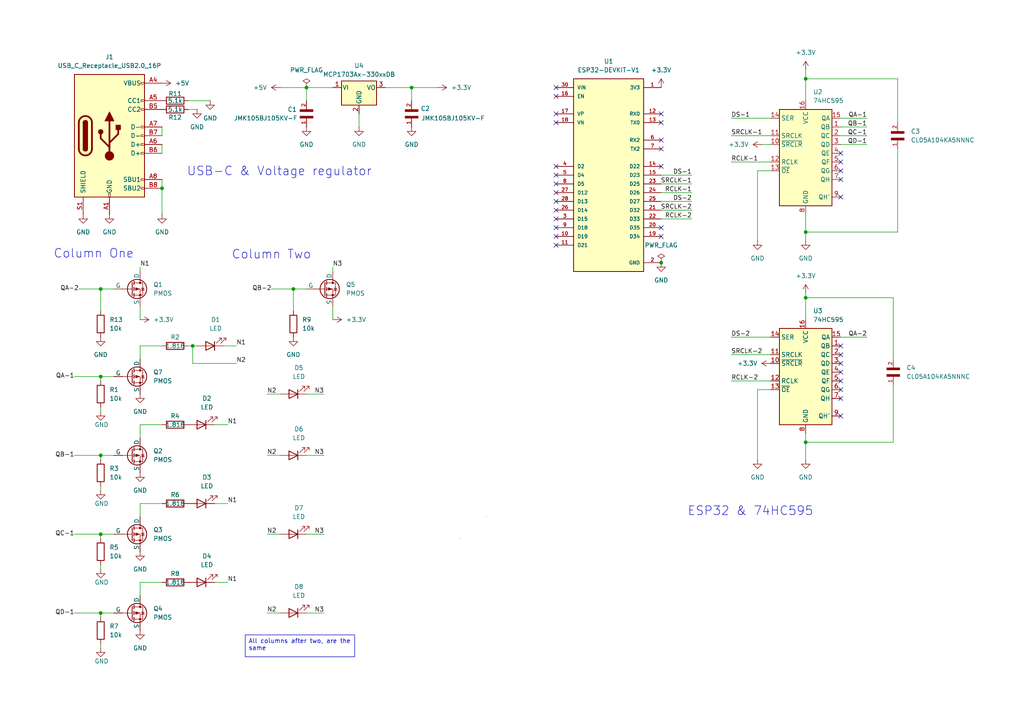
<source format=kicad_sch>
(kicad_sch (version 20250114) (generator "eeschema") (generator_version "9.0")
  (paper "A4")
  (lib_symbols
    (symbol "74xx:74HC595"
      (property "Reference" "U" (at -7.62 13.97 0))
      (property "Value" "74HC595" (at -7.62 -16.51 0))
      (symbol "74HC595_1_0"
        (pin input line (at -10.16 10.16 0) (length 2.54) (name "SER") (number "14"))
        (pin input line (at -10.16 5.08 0) (length 2.54) (name "SRCLK") (number "11"))
        (pin input line (at -10.16 2.54 0) (length 2.54) (name "~{SRCLR}") (number "10"))
        (pin input line (at -10.16 -2.54 0) (length 2.54) (name "RCLK") (number "12"))
        (pin input line (at -10.16 -5.08 0) (length 2.54) (name "~{OE}") (number "13"))
        (pin power_in line (at 0 15.24 270) (length 2.54) (name "VCC") (number "16"))
        (pin power_in line (at 0 -17.78 90) (length 2.54) (name "GND") (number "8"))
        (pin tri_state line (at 10.16 10.16 180) (length 2.54) (name "QA") (number "15"))
        (pin tri_state line (at 10.16 7.62 180) (length 2.54) (name "QB") (number "1"))
        (pin tri_state line (at 10.16 5.08 180) (length 2.54) (name "QC") (number "2"))
        (pin tri_state line (at 10.16 2.54 180) (length 2.54) (name "QD") (number "3"))
        (pin tri_state line (at 10.16 0 180) (length 2.54) (name "QE") (number "4"))
        (pin tri_state line (at 10.16 -2.54 180) (length 2.54) (name "QF") (number "5"))
        (pin tri_state line (at 10.16 -5.08 180) (length 2.54) (name "QG") (number "6"))
        (pin tri_state line (at 10.16 -7.62 180) (length 2.54) (name "QH") (number "7"))
        (pin output line (at 10.16 -12.7 180) (length 2.54) (name "QH'") (number "9"))
      )
      (symbol "74HC595_1_1"
        (rectangle (start -7.62 12.7) (end 7.62 -15.24) (stroke (width 0.254)) (fill (type background)))
      )
    )
    (symbol "CL05A104KA5NNNC:CL05A104KA5NNNC" (pin_names (offset 1.016))
      (property "Reference" "C" (at 0 3.8109 0))
      (property "Value" "CL05A104KA5NNNC" (at 0 -5.0885 0))
      (symbol "CL05A104KA5NNNC_0_0"
        (rectangle (start 0 -1.9069) (end 0.635 1.905) (stroke (width 0.1)) (fill (type outline)))
        (rectangle (start 1.9069 -1.9069) (end 2.54 1.905) (stroke (width 0.1)) (fill (type outline)))
        (pin passive line (at -2.54 0 0) (length 2.54) (name "~") (number "1"))
        (pin passive line (at 5.08 0 180) (length 2.54) (name "~") (number "2"))
      )
    )
    (symbol "Connector:USB_C_Receptacle_USB2.0_16P" (pin_names (offset 1.016))
      (property "Reference" "J1" (at 0 22.86 0))
      (property "Value" "USB_C_Receptacle_USB2.0_16P" (at 0 20.32 0))
      (symbol "USB_C_Receptacle_USB2.0_16P_0_0"
        (rectangle (start -0.254 -17.78) (end 0.254 -16.764))
        (rectangle (start 10.16 15.494) (end 9.144 14.986))
        (rectangle (start 10.16 10.414) (end 9.144 9.906))
        (rectangle (start 10.16 7.874) (end 9.144 7.366))
        (rectangle (start 10.16 2.794) (end 9.144 2.286))
        (rectangle (start 10.16 0.254) (end 9.144 -0.254))
        (rectangle (start 10.16 -2.286) (end 9.144 -2.794))
        (rectangle (start 10.16 -4.826) (end 9.144 -5.334))
        (rectangle (start 10.16 -12.446) (end 9.144 -12.954))
        (rectangle (start 10.16 -14.986) (end 9.144 -15.494))
      )
      (symbol "USB_C_Receptacle_USB2.0_16P_0_1"
        (rectangle (start -10.16 17.78) (end 10.16 -17.78) (stroke (width 0.254)) (fill (type background)))
        (polyline (pts (xy -8.89 -3.81) (xy -8.89 3.81)) (stroke (width 0.508)))
        (rectangle (start -7.62 -3.81) (end -6.35 3.81) (stroke (width 0.254)) (fill (type outline)))
        (arc (start -7.62 3.81) (mid -6.985 4.4423) (end -6.35 3.81) (stroke (width 0.254)))
        (arc (start -7.62 3.81) (mid -6.985 4.4423) (end -6.35 3.81) (stroke (width 0.254)) (fill (type outline)))
        (arc (start -8.89 3.81) (mid -6.985 5.7067) (end -5.08 3.81) (stroke (width 0.508)))
        (arc (start -5.08 -3.81) (mid -6.985 -5.7067) (end -8.89 -3.81) (stroke (width 0.508)))
        (arc (start -6.35 -3.81) (mid -6.985 -4.4423) (end -7.62 -3.81) (stroke (width 0.254)))
        (arc (start -6.35 -3.81) (mid -6.985 -4.4423) (end -7.62 -3.81) (stroke (width 0.254)) (fill (type outline)))
        (polyline (pts (xy -5.08 3.81) (xy -5.08 -3.81)) (stroke (width 0.508)))
        (circle (center -2.54 1.143) (radius 0.635) (stroke (width 0.254)) (fill (type outline)))
        (polyline (pts (xy -1.27 4.318) (xy 0 6.858) (xy 1.27 4.318) (xy -1.27 4.318)) (stroke (width 0.254)) (fill (type outline)))
        (polyline (pts (xy 0 -2.032) (xy 2.54 0.508) (xy 2.54 1.778)) (stroke (width 0.508)))
        (polyline (pts (xy 0 -3.302) (xy -2.54 -0.762) (xy -2.54 0.508)) (stroke (width 0.508)))
        (polyline (pts (xy 0 -5.842) (xy 0 4.318)) (stroke (width 0.508)))
        (circle (center 0 -5.842) (radius 1.27) (fill (type outline)))
        (rectangle (start 1.905 1.778) (end 3.175 3.048) (stroke (width 0.254)) (fill (type outline)))
      )
      (symbol "USB_C_Receptacle_USB2.0_16P_1_1"
        (pin passive line (at -7.62 -22.86 90) (length 5.08) (name "SHIELD") (number "S1"))
        (pin passive line (at 0 -22.86 90) (length 5.08) (name "GND") (number "A1"))
        (pin passive line (at 0 -22.86 90) (length 5.08) (hide yes) (name "GND") (number "A12"))
        (pin passive line (at 0 -22.86 90) (length 5.08) (hide yes) (name "GND") (number "B1"))
        (pin passive line (at 0 -22.86 90) (length 5.08) (hide yes) (name "GND") (number "B12"))
        (pin passive line (at 15.24 15.24 180) (length 5.08) (name "VBUS") (number "A4"))
        (pin passive line (at 15.24 15.24 180) (length 5.08) (hide yes) (name "VBUS") (number "A9"))
        (pin passive line (at 15.24 15.24 180) (length 5.08) (hide yes) (name "VBUS") (number "B4"))
        (pin passive line (at 15.24 15.24 180) (length 5.08) (hide yes) (name "VBUS") (number "B9"))
        (pin bidirectional line (at 15.24 10.16 180) (length 5.08) (name "CC1") (number "A5"))
        (pin bidirectional line (at 15.24 7.62 180) (length 5.08) (name "CC2") (number "B5"))
        (pin bidirectional line (at 15.24 2.54 180) (length 5.08) (name "D-") (number "A7"))
        (pin bidirectional line (at 15.24 0 180) (length 5.08) (name "D-") (number "B7"))
        (pin bidirectional line (at 15.24 -2.54 180) (length 5.08) (name "D+") (number "A6"))
        (pin bidirectional line (at 15.24 -5.08 180) (length 5.08) (name "D+") (number "B6"))
        (pin bidirectional line (at 15.24 -12.7 180) (length 5.08) (name "SBU1") (number "A8"))
        (pin bidirectional line (at 15.24 -15.24 180) (length 5.08) (name "SBU2") (number "B8"))
      )
    )
    (symbol "Device:LED" (pin_numbers (hide yes)) (pin_names (offset 1.016) (hide yes))
      (property "Reference" "D" (at 0 2.54 0))
      (property "Value" "LED" (at 0 -2.54 0))
      (symbol "LED_0_1"
        (polyline (pts (xy -3.048 -0.762) (xy -4.572 -2.286) (xy -3.81 -2.286) (xy -4.572 -2.286) (xy -4.572 -1.524)))
        (polyline (pts (xy -1.778 -0.762) (xy -3.302 -2.286) (xy -2.54 -2.286) (xy -3.302 -2.286) (xy -3.302 -1.524)))
        (polyline (pts (xy -1.27 0) (xy 1.27 0)))
        (polyline (pts (xy -1.27 -1.27) (xy -1.27 1.27)) (stroke (width 0.254)))
        (polyline (pts (xy 1.27 -1.27) (xy 1.27 1.27) (xy -1.27 0) (xy 1.27 -1.27)) (stroke (width 0.254)))
      )
      (symbol "LED_1_1"
        (pin passive line (at -3.81 0 0) (length 2.54) (name "K") (number "1"))
        (pin passive line (at 3.81 0 180) (length 2.54) (name "A") (number "2"))
      )
    )
    (symbol "Device:R" (pin_numbers (hide yes)) (pin_names (offset 0))
      (property "Reference" "R" (at 2.032 0 90))
      (property "Value" "R" (at 0 0 90))
      (symbol "R_0_1"
        (rectangle (start -1.016 -2.54) (end 1.016 2.54) (stroke (width 0.254)))
      )
      (symbol "R_1_1"
        (pin passive line (at 0 3.81 270) (length 1.27) (name "~") (number "1"))
        (pin passive line (at 0 -3.81 90) (length 1.27) (name "~") (number "2"))
      )
    )
    (symbol "ESP32-DEVKIT-V1:ESP32-DEVKIT-V1" (pin_names (offset 1.016))
      (property "Reference" "U1" (at 0 33.02 0))
      (property "Value" "ESP32-DEVKIT-V1" (at 0 30.48 0))
      (symbol "ESP32-DEVKIT-V1_0_0"
        (rectangle (start -10.16 -27.94) (end 10.16 27.94) (stroke (width 0.254)) (fill (type background)))
        (pin input line (at -15.24 25.4 0) (length 5.08) (name "VIN") (number "30"))
        (pin input line (at -15.24 22.86 0) (length 5.08) (name "EN") (number "16"))
        (pin bidirectional line (at -15.24 17.78 0) (length 5.08) (name "VP") (number "17"))
        (pin bidirectional line (at -15.24 15.24 0) (length 5.08) (name "VN") (number "18"))
        (pin bidirectional line (at -15.24 2.54 0) (length 5.08) (name "D2") (number "4"))
        (pin bidirectional line (at -15.24 0 0) (length 5.08) (name "D4") (number "5"))
        (pin bidirectional line (at -15.24 -2.54 0) (length 5.08) (name "D5") (number "8"))
        (pin bidirectional line (at -15.24 -5.08 0) (length 5.08) (name "D12") (number "27"))
        (pin bidirectional line (at -15.24 -7.62 0) (length 5.08) (name "D13") (number "28"))
        (pin bidirectional line (at -15.24 -10.16 0) (length 5.08) (name "D14") (number "26"))
        (pin bidirectional line (at -15.24 -12.7 0) (length 5.08) (name "D15") (number "3"))
        (pin bidirectional line (at -15.24 -15.24 0) (length 5.08) (name "D18") (number "9"))
        (pin bidirectional line (at -15.24 -17.78 0) (length 5.08) (name "D19") (number "10"))
        (pin bidirectional line (at -15.24 -20.32 0) (length 5.08) (name "D21") (number "11"))
        (pin input line (at 15.24 17.78 180) (length 5.08) (name "RX0") (number "12"))
        (pin output line (at 15.24 15.24 180) (length 5.08) (name "TX0") (number "13"))
        (pin input line (at 15.24 10.16 180) (length 5.08) (name "RX2") (number "6"))
        (pin output line (at 15.24 7.62 180) (length 5.08) (name "TX2") (number "7"))
        (pin bidirectional line (at 15.24 2.54 180) (length 5.08) (name "D22") (number "14"))
        (pin bidirectional line (at 15.24 0 180) (length 5.08) (name "D23") (number "15"))
        (pin bidirectional line (at 15.24 -2.54 180) (length 5.08) (name "D25") (number "23"))
        (pin bidirectional line (at 15.24 -5.08 180) (length 5.08) (name "D26") (number "24"))
        (pin bidirectional line (at 15.24 -7.62 180) (length 5.08) (name "D27") (number "25"))
        (pin bidirectional line (at 15.24 -10.16 180) (length 5.08) (name "D32") (number "21"))
        (pin bidirectional line (at 15.24 -12.7 180) (length 5.08) (name "D33") (number "22"))
        (pin bidirectional line (at 15.24 -15.24 180) (length 5.08) (name "D35") (number "20"))
        (pin bidirectional line (at 15.24 -17.78 180) (length 5.08) (name "D34") (number "19"))
        (pin power_in line (at 15.24 -25.4 180) (length 5.08) (hide yes) (name "GND") (number "29"))
      )
      (symbol "ESP32-DEVKIT-V1_1_0"
        (pin input line (at 15.24 25.4 180) (length 5.08) (name "3V3") (number "1"))
        (pin input line (at 15.24 -25.4 180) (length 5.08) (name "GND") (number "2"))
      )
    )
    (symbol "JMK105BJ105KV-F:JMK105BJ105KV-F" (pin_names (offset 1.016))
      (property "Reference" "C" (at 0 3.8109 0))
      (property "Value" "JMK105BJ105KV-F" (at 0 -5.0885 0))
      (symbol "JMK105BJ105KV-F_0_0"
        (rectangle (start 0 -1.9069) (end 0.635 1.905) (stroke (width 0.1)) (fill (type outline)))
        (rectangle (start 1.9069 -1.9069) (end 2.54 1.905) (stroke (width 0.1)) (fill (type outline)))
        (pin passive line (at -2.54 0 0) (length 2.54) (name "~") (number "1"))
        (pin passive line (at 5.08 0 180) (length 2.54) (name "~") (number "2"))
      )
    )
    (symbol "Regulator_Linear:MCP1703Ax-330xxDB" (pin_names (offset 0.254))
      (property "Reference" "U" (at -3.81 3.175 0))
      (property "Value" "MCP1703Ax-330xxDB" (at 0 3.175 0))
      (symbol "MCP1703Ax-330xxDB_0_1"
        (rectangle (start -5.08 -5.08) (end 5.08 1.905) (stroke (width 0.254)) (fill (type background)))
      )
      (symbol "MCP1703Ax-330xxDB_1_1"
        (pin power_in line (at -7.62 0 0) (length 2.54) (name "VI") (number "1"))
        (pin power_in line (at 0 -7.62 90) (length 2.54) (name "GND") (number "2"))
        (pin power_out line (at 7.62 0 180) (length 2.54) (name "VO") (number "3"))
      )
    )
    (symbol "Simulation_SPICE:PMOS" (pin_numbers (hide yes)) (pin_names (offset 0))
      (property "Reference" "Q" (at 5.08 1.27 0))
      (property "Value" "PMOS" (at 5.08 -1.27 0))
      (symbol "PMOS_0_1"
        (polyline (pts (xy 0.254 1.905) (xy 0.254 -1.905)) (stroke (width 0.254)))
        (polyline (pts (xy 0.254 0) (xy -2.54 0)))
        (polyline (pts (xy 0.762 2.286) (xy 0.762 1.27)) (stroke (width 0.254)))
        (polyline (pts (xy 0.762 1.778) (xy 3.302 1.778) (xy 3.302 -1.778) (xy 0.762 -1.778)))
        (polyline (pts (xy 0.762 0.508) (xy 0.762 -0.508)) (stroke (width 0.254)))
        (polyline (pts (xy 0.762 -1.27) (xy 0.762 -2.286)) (stroke (width 0.254)))
        (circle (center 1.651 0) (radius 2.794) (stroke (width 0.254)))
        (polyline (pts (xy 2.286 0) (xy 1.27 0.381) (xy 1.27 -0.381) (xy 2.286 0)) (fill (type outline)))
        (polyline (pts (xy 2.54 2.54) (xy 2.54 1.778)))
        (circle (center 2.54 1.778) (radius 0.254) (fill (type outline)))
        (circle (center 2.54 -1.778) (radius 0.254) (fill (type outline)))
        (polyline (pts (xy 2.54 -2.54) (xy 2.54 0) (xy 0.762 0)))
        (polyline (pts (xy 2.794 -0.508) (xy 2.921 -0.381) (xy 3.683 -0.381) (xy 3.81 -0.254)))
        (polyline (pts (xy 3.302 -0.381) (xy 2.921 0.254) (xy 3.683 0.254) (xy 3.302 -0.381)))
      )
      (symbol "PMOS_1_1"
        (pin input line (at -5.08 0 0) (length 2.54) (name "G") (number "2"))
        (pin passive line (at 2.54 5.08 270) (length 2.54) (name "D") (number "1"))
        (pin passive line (at 2.54 -5.08 90) (length 2.54) (name "S") (number "3"))
      )
    )
    (symbol "power:+3.3V" (power) (pin_numbers (hide yes)) (pin_names (offset 0) (hide yes))
      (property "Value" "+3.3V" (at 0 3.556 0))
      (symbol "+3.3V_0_1"
        (polyline (pts (xy -0.762 1.27) (xy 0 2.54)))
        (polyline (pts (xy 0 2.54) (xy 0.762 1.27)))
        (polyline (pts (xy 0 0) (xy 0 2.54)))
      )
      (symbol "+3.3V_1_1"
        (pin power_in line (at 0 0 90) (length 0) (name "~") (number "1"))
      )
    )
    (symbol "power:+5V" (power) (pin_numbers (hide yes)) (pin_names (offset 0) (hide yes))
      (property "Value" "+5V" (at 0 3.556 0))
      (symbol "+5V_0_1"
        (polyline (pts (xy -0.762 1.27) (xy 0 2.54)))
        (polyline (pts (xy 0 2.54) (xy 0.762 1.27)))
        (polyline (pts (xy 0 0) (xy 0 2.54)))
      )
      (symbol "+5V_1_1"
        (pin power_in line (at 0 0 90) (length 0) (name "~") (number "1"))
      )
    )
    (symbol "power:GND" (power) (pin_numbers (hide yes)) (pin_names (offset 0) (hide yes))
      (property "Value" "GND" (at 0 -3.81 0))
      (symbol "GND_0_1"
        (polyline (pts (xy 0 0) (xy 0 -1.27) (xy 1.27 -1.27) (xy 0 -2.54) (xy -1.27 -1.27) (xy 0 -1.27)))
      )
      (symbol "GND_1_1"
        (pin power_in line (at 0 0 270) (length 0) (name "~") (number "1"))
      )
    )
    (symbol "power:PWR_FLAG" (power) (pin_numbers (hide yes)) (pin_names (offset 0) (hide yes))
      (property "Value" "PWR_FLAG" (at 0 3.81 0))
      (symbol "PWR_FLAG_0_0"
        (pin power_out line (at 0 0 90) (length 0) (name "~") (number "1"))
      )
      (symbol "PWR_FLAG_0_1"
        (polyline (pts (xy 0 0) (xy 0 1.27) (xy -1.016 1.905) (xy 0 2.54) (xy 1.016 1.905) (xy 0 1.27)))
      )
    )
  )
  (rectangle (start 140.97 149.86) (end 140.97 149.86))
  (rectangle (start 133.35 156.21) (end 133.35 156.21))
  (text "USB-C & Voltage regulator" (at 81.026 49.784 0) (effects (font (size 2.54 2.54))))
  (text "Column Two\n" (at 78.74 73.914 0) (effects (font (size 2.54 2.54))))
  (text "ESP32 & 74HC595" (at 217.678 148.336 0) (effects (font (size 2.54 2.54))))
  (text "Column One" (at 27.178 73.66 0) (effects (font (size 2.54 2.54))))
  (text_box "All columns after two, are the same\n" (at 71.12 184.15 0) (size 31.75 6.35) (margins 0.9525 0.9525 0.9525 0.9525) (effects (font (size 1.27 1.27)) (justify left top)))
  (junction (at 191.77 76.2))
  (junction (at 29.21 109.22))
  (junction (at 29.21 83.82))
  (junction (at 55.88 100.33))
  (junction (at 46.99 54.61))
  (junction (at 233.68 22.86))
  (junction (at 29.21 132.08))
  (junction (at 233.68 86.36))
  (junction (at 119.38 25.4))
  (junction (at 29.21 177.8))
  (junction (at 88.9 25.4))
  (junction (at 29.21 154.94))
  (junction (at 85.09 83.82))
  (junction (at 233.68 128.27))
  (junction (at 233.68 67.31))
  (no_connect (at 161.29 55.88))
  (no_connect (at 161.29 35.56))
  (no_connect (at 243.84 102.87))
  (no_connect (at 243.84 52.07))
  (no_connect (at 161.29 53.34))
  (no_connect (at 191.77 68.58))
  (no_connect (at 243.84 44.45))
  (no_connect (at 161.29 71.12))
  (no_connect (at 191.77 66.04))
  (no_connect (at 243.84 46.99))
  (no_connect (at 161.29 25.4))
  (no_connect (at 243.84 113.03))
  (no_connect (at 161.29 66.04))
  (no_connect (at 243.84 49.53))
  (no_connect (at 191.77 33.02))
  (no_connect (at 191.77 48.26))
  (no_connect (at 191.77 40.64))
  (no_connect (at 243.84 57.15))
  (no_connect (at 161.29 48.26))
  (no_connect (at 161.29 68.58))
  (no_connect (at 161.29 63.5))
  (no_connect (at 191.77 43.18))
  (no_connect (at 243.84 107.95))
  (no_connect (at 161.29 60.96))
  (no_connect (at 161.29 58.42))
  (no_connect (at 243.84 100.33))
  (no_connect (at 161.29 33.02))
  (no_connect (at 243.84 105.41))
  (no_connect (at 161.29 50.8))
  (no_connect (at 161.29 27.94))
  (no_connect (at 243.84 120.65))
  (no_connect (at 191.77 35.56))
  (no_connect (at 243.84 110.49))
  (no_connect (at 243.84 115.57))
  (wire (pts (xy 111.76 25.4) (xy 119.38 25.4)))
  (wire (pts (xy 62.23 123.19) (xy 66.04 123.19)))
  (wire (pts (xy 219.71 113.03) (xy 219.71 133.35)))
  (wire (pts (xy 93.98 154.94) (xy 88.9 154.94)))
  (wire (pts (xy 191.77 55.88) (xy 200.66 55.88)))
  (wire (pts (xy 77.47 154.94) (xy 81.28 154.94)))
  (wire (pts (xy 191.77 53.34) (xy 200.66 53.34)))
  (wire (pts (xy 29.21 140.97) (xy 29.21 142.24)))
  (wire (pts (xy 233.68 20.32) (xy 233.68 22.86)))
  (wire (pts (xy 29.21 83.82) (xy 29.21 90.17)))
  (wire (pts (xy 29.21 132.08) (xy 29.21 133.35)))
  (wire (pts (xy 212.09 34.29) (xy 223.52 34.29)))
  (wire (pts (xy 191.77 60.96) (xy 200.66 60.96)))
  (wire (pts (xy 233.68 62.23) (xy 233.68 67.31)))
  (wire (pts (xy 212.09 39.37) (xy 223.52 39.37)))
  (wire (pts (xy 29.21 109.22) (xy 29.21 110.49)))
  (wire (pts (xy 29.21 163.83) (xy 29.21 165.1)))
  (wire (pts (xy 233.68 128.27) (xy 259.08 128.27)))
  (wire (pts (xy 57.15 100.33) (xy 55.88 100.33)))
  (wire (pts (xy 29.21 177.8) (xy 33.02 177.8)))
  (wire (pts (xy 191.77 63.5) (xy 200.66 63.5)))
  (wire (pts (xy 33.02 83.82) (xy 29.21 83.82)))
  (wire (pts (xy 62.23 146.05) (xy 66.04 146.05)))
  (wire (pts (xy 46.99 36.83) (xy 46.99 39.37)))
  (wire (pts (xy 96.52 92.71) (xy 96.52 88.9)))
  (wire (pts (xy 233.68 128.27) (xy 233.68 125.73)))
  (wire (pts (xy 40.64 146.05) (xy 40.64 149.86)))
  (wire (pts (xy 119.38 25.4) (xy 127 25.4)))
  (wire (pts (xy 233.68 22.86) (xy 260.35 22.86)))
  (wire (pts (xy 29.21 109.22) (xy 33.02 109.22)))
  (wire (pts (xy 40.64 168.91) (xy 40.64 172.72)))
  (wire (pts (xy 46.99 146.05) (xy 40.64 146.05)))
  (wire (pts (xy 119.38 29.21) (xy 119.38 25.4)))
  (wire (pts (xy 46.99 52.07) (xy 46.99 54.61)))
  (wire (pts (xy 55.88 105.41) (xy 68.58 105.41)))
  (wire (pts (xy 93.98 114.3) (xy 88.9 114.3)))
  (wire (pts (xy 191.77 50.8) (xy 200.66 50.8)))
  (wire (pts (xy 57.15 31.75) (xy 54.61 31.75)))
  (wire (pts (xy 233.68 85.09) (xy 233.68 86.36)))
  (wire (pts (xy 223.52 49.53) (xy 219.71 49.53)))
  (wire (pts (xy 55.88 100.33) (xy 54.61 100.33)))
  (wire (pts (xy 233.68 86.36) (xy 259.08 86.36)))
  (wire (pts (xy 46.99 62.23) (xy 46.99 54.61)))
  (wire (pts (xy 21.59 132.08) (xy 29.21 132.08)))
  (wire (pts (xy 21.59 109.22) (xy 29.21 109.22)))
  (wire (pts (xy 233.68 67.31) (xy 233.68 69.85)))
  (wire (pts (xy 77.47 132.08) (xy 81.28 132.08)))
  (wire (pts (xy 259.08 111.76) (xy 259.08 128.27)))
  (wire (pts (xy 81.28 25.4) (xy 88.9 25.4)))
  (wire (pts (xy 40.64 92.71) (xy 40.64 88.9)))
  (wire (pts (xy 223.52 113.03) (xy 219.71 113.03)))
  (wire (pts (xy 212.09 97.79) (xy 223.52 97.79)))
  (wire (pts (xy 46.99 100.33) (xy 40.64 100.33)))
  (wire (pts (xy 29.21 154.94) (xy 33.02 154.94)))
  (wire (pts (xy 219.71 49.53) (xy 219.71 69.85)))
  (wire (pts (xy 259.08 86.36) (xy 259.08 104.14)))
  (wire (pts (xy 88.9 25.4) (xy 96.52 25.4)))
  (wire (pts (xy 46.99 168.91) (xy 40.64 168.91)))
  (wire (pts (xy 46.99 123.19) (xy 40.64 123.19)))
  (wire (pts (xy 29.21 186.69) (xy 29.21 187.96)))
  (wire (pts (xy 243.84 41.91) (xy 251.46 41.91)))
  (wire (pts (xy 233.68 67.31) (xy 260.35 67.31)))
  (wire (pts (xy 85.09 83.82) (xy 85.09 90.17)))
  (wire (pts (xy 21.59 177.8) (xy 29.21 177.8)))
  (wire (pts (xy 220.98 41.91) (xy 223.52 41.91)))
  (wire (pts (xy 29.21 154.94) (xy 29.21 156.21)))
  (wire (pts (xy 233.68 133.35) (xy 233.68 128.27)))
  (wire (pts (xy 212.09 110.49) (xy 223.52 110.49)))
  (wire (pts (xy 46.99 41.91) (xy 46.99 44.45)))
  (wire (pts (xy 62.23 168.91) (xy 66.04 168.91)))
  (wire (pts (xy 40.64 77.47) (xy 40.64 78.74)))
  (wire (pts (xy 93.98 132.08) (xy 88.9 132.08)))
  (wire (pts (xy 60.96 29.21) (xy 54.61 29.21)))
  (wire (pts (xy 88.9 29.21) (xy 88.9 25.4)))
  (wire (pts (xy 243.84 97.79) (xy 251.46 97.79)))
  (wire (pts (xy 212.09 46.99) (xy 223.52 46.99)))
  (wire (pts (xy 64.77 100.33) (xy 68.58 100.33)))
  (wire (pts (xy 77.47 177.8) (xy 81.28 177.8)))
  (wire (pts (xy 55.88 100.33) (xy 55.88 105.41)))
  (wire (pts (xy 88.9 83.82) (xy 85.09 83.82)))
  (wire (pts (xy 77.47 114.3) (xy 81.28 114.3)))
  (wire (pts (xy 22.86 83.82) (xy 29.21 83.82)))
  (wire (pts (xy 243.84 36.83) (xy 251.46 36.83)))
  (wire (pts (xy 96.52 77.47) (xy 96.52 78.74)))
  (wire (pts (xy 78.74 83.82) (xy 85.09 83.82)))
  (wire (pts (xy 243.84 39.37) (xy 251.46 39.37)))
  (wire (pts (xy 260.35 43.18) (xy 260.35 67.31)))
  (wire (pts (xy 40.64 123.19) (xy 40.64 127)))
  (wire (pts (xy 212.09 102.87) (xy 223.52 102.87)))
  (wire (pts (xy 233.68 22.86) (xy 233.68 29.21)))
  (wire (pts (xy 243.84 34.29) (xy 251.46 34.29)))
  (wire (pts (xy 260.35 22.86) (xy 260.35 35.56)))
  (wire (pts (xy 191.77 58.42) (xy 200.66 58.42)))
  (wire (pts (xy 233.68 86.36) (xy 233.68 92.71)))
  (wire (pts (xy 29.21 132.08) (xy 33.02 132.08)))
  (wire (pts (xy 93.98 177.8) (xy 88.9 177.8)))
  (wire (pts (xy 29.21 177.8) (xy 29.21 179.07)))
  (wire (pts (xy 29.21 118.11) (xy 29.21 119.38)))
  (wire (pts (xy 104.14 36.83) (xy 104.14 33.02)))
  (wire (pts (xy 40.64 100.33) (xy 40.64 104.14)))
  (wire (pts (xy 21.59 154.94) (xy 29.21 154.94)))
  (label "N1" (at 40.64 77.47 0))
  (label "N2" (at 77.47 114.3 0))
  (label "QA-1" (at 21.59 109.22 180))
  (label "N2" (at 68.58 105.41 0))
  (label "QA-1" (at 251.46 34.29 180))
  (label "N1" (at 66.04 168.91 0))
  (label "RCLK-2" (at 212.09 110.49 0))
  (label "QD-1" (at 21.59 177.8 180))
  (label "N3" (at 93.98 132.08 180))
  (label "QA-2" (at 22.86 83.82 180))
  (label "RCLK-1" (at 200.66 55.88 180))
  (label "DS-2" (at 212.09 97.79 0))
  (label "QA-2" (at 251.46 97.79 180))
  (label "SRCLK-1" (at 200.66 53.34 180))
  (label "QC-1" (at 21.59 154.94 180))
  (label "QC-1" (at 251.46 39.37 180))
  (label "N2" (at 77.47 177.8 0))
  (label "N2" (at 77.47 154.94 0))
  (label "QB-2" (at 78.74 83.82 180))
  (label "N3" (at 93.98 154.94 180))
  (label "RCLK-2" (at 200.66 63.5 180))
  (label "QD-1" (at 251.46 41.91 180))
  (label "N3" (at 93.98 177.8 180))
  (label "QB-1" (at 251.46 36.83 180))
  (label "N3" (at 93.98 114.3 180))
  (label "QB-1" (at 21.59 132.08 180))
  (label "SRCLK-2" (at 200.66 60.96 180))
  (label "SRCLK-1" (at 212.09 39.37 0))
  (label "N1" (at 66.04 146.05 0))
  (label "RCLK-1" (at 212.09 46.99 0))
  (label "N1" (at 66.04 123.19 0))
  (label "N2" (at 77.47 132.08 0))
  (label "N3" (at 96.52 77.47 0))
  (label "N1" (at 68.58 100.33 0))
  (label "DS-2" (at 200.66 58.42 180))
  (label "DS-1" (at 212.09 34.29 0))
  (label "SRCLK-2" (at 212.09 102.87 0))
  (label "DS-1" (at 200.66 50.8 180))
  (symbol (lib_id "74xx:74HC595") (at 233.68 107.95 0) (unit 1)
    (property "Reference" "U3" (at 235.8233 90.17 0) (effects (justify left)))
    (property "Value" "74HC595" (at 235.8233 92.71 0) (effects (justify left)))
    (property "Footprint" "My-Custom-Footprints:SOIC127P600X175-16N" (effects (hide yes)))
    (property "Datasheet" "http://www.ti.com/lit/ds/symlink/sn74hc595.pdf" (effects (hide yes)))
    (property "Description" "8-bit serial in/out Shift Register 3-State Outputs" (effects (hide yes)))
  )
  (symbol (lib_id "Device:R") (at 50.8 146.05 270) (unit 1)
    (property "Reference" "R6" (at 50.8 143.51 90))
    (property "Value" "1.818" (at 50.8 146.05 90))
    (property "Footprint" "Resistor_SMD:R_0805_2012Metric" (effects (hide yes)))
    (property "Description" "Resistor" (effects (hide yes)))
  )
  (symbol (lib_id "CL05A104KA5NNNC:CL05A104KA5NNNC") (at 259.08 109.22 90) (unit 1)
    (property "Reference" "C4" (at 262.89 106.6799 90) (effects (justify right)))
    (property "Value" "CL05A104KA5NNNC" (at 262.89 109.2199 90) (effects (justify right)))
    (property "Footprint" "My-Custom-Footprints:CAPC1005X55N" (effects (hide yes)))
    (property "E_max" "0.55" (effects (hide yes)))
    (property "L_max" "0.35" (effects (hide yes)))
    (property "A_max" "0.55" (effects (hide yes)))
    (property "L1_nom" "0.25" (effects (hide yes)))
    (property "D_max" "1.05" (effects (hide yes)))
    (property "A_nom" "0.55" (effects (hide yes)))
    (property "L1_max" "0.35" (effects (hide yes)))
    (property "L1_min" "0.15" (effects (hide yes)))
    (property "A_min" "0.55" (effects (hide yes)))
    (property "E_min" "0.45" (effects (hide yes)))
    (property "D_min" "0.95" (effects (hide yes)))
    (property "D_nom" "1.0" (effects (hide yes)))
    (property "E_nom" "0.5" (effects (hide yes)))
    (property "STANDARD" "IPC 7351B" (effects (hide yes)))
    (property "L_min" "0.15" (effects (hide yes)))
    (property "L_nom" "0.25" (effects (hide yes)))
    (property "MANUFACTURER" "Samsung Electro-Mechanics" (effects (hide yes)))
  )
  (symbol (lib_id "power:PWR_FLAG") (at 191.77 76.2 0) (unit 1)
    (property "Reference" "#FLG02" (effects (hide yes)))
    (property "Value" "PWR_FLAG" (at 191.77 71.12 0))
    (property "Description" "Special symbol for telling ERC where power comes from" (effects (hide yes)))
  )
  (symbol (lib_id "CL05A104KA5NNNC:CL05A104KA5NNNC") (at 260.35 40.64 90) (unit 1)
    (property "Reference" "C3" (at 264.16 38.0999 90) (effects (justify right)))
    (property "Value" "CL05A104KA5NNNC" (at 264.16 40.6399 90) (effects (justify right)))
    (property "Footprint" "My-Custom-Footprints:CAPC1005X55N" (effects (hide yes)))
    (property "E_max" "0.55" (effects (hide yes)))
    (property "L_max" "0.35" (effects (hide yes)))
    (property "A_max" "0.55" (effects (hide yes)))
    (property "L1_nom" "0.25" (effects (hide yes)))
    (property "D_max" "1.05" (effects (hide yes)))
    (property "A_nom" "0.55" (effects (hide yes)))
    (property "L1_max" "0.35" (effects (hide yes)))
    (property "L1_min" "0.15" (effects (hide yes)))
    (property "A_min" "0.55" (effects (hide yes)))
    (property "E_min" "0.45" (effects (hide yes)))
    (property "D_min" "0.95" (effects (hide yes)))
    (property "D_nom" "1.0" (effects (hide yes)))
    (property "E_nom" "0.5" (effects (hide yes)))
    (property "STANDARD" "IPC 7351B" (effects (hide yes)))
    (property "L_min" "0.15" (effects (hide yes)))
    (property "L_nom" "0.25" (effects (hide yes)))
    (property "MANUFACTURER" "Samsung Electro-Mechanics" (effects (hide yes)))
  )
  (symbol (lib_id "Connector:USB_C_Receptacle_USB2.0_16P") (at 31.75 39.37 0) (unit 1)
    (property "Reference" "J1" (at 31.75 16.51 0))
    (property "Value" "USB_C_Receptacle_USB2.0_16P" (at 31.75 19.05 0))
    (property "Footprint" "Connector_USB:USB_C_Receptacle_GCT_USB4105-xx-A_16P_TopMnt_Horizontal" (effects (hide yes)))
    (property "Datasheet" "https://www.usb.org/sites/default/files/documents/usb_type-c.zip" (effects (hide yes)))
    (property "Description" "USB 2.0-only 16P Type-C Receptacle connector" (effects (hide yes)))
  )
  (symbol (lib_id "power:GND") (at 31.75 62.23 0) (unit 1)
    (property "Reference" "#PWR024" (effects (hide yes)))
    (property "Value" "GND" (at 31.75 67.31 0))
    (property "Description" "Power symbol creates a global label with name \"GND\" , ground" (effects (hide yes)))
  )
  (symbol (lib_id "power:+5V") (at 46.99 24.13 270) (unit 1)
    (property "Reference" "#PWR026" (effects (hide yes)))
    (property "Value" "+5V" (at 50.8 24.1299 90) (effects (justify left)))
    (property "Description" "Power symbol creates a global label with name \"+5V\"" (effects (hide yes)))
  )
  (symbol (lib_id "power:PWR_FLAG") (at 88.9 25.4 0) (unit 1)
    (property "Reference" "#FLG01" (effects (hide yes)))
    (property "Value" "PWR_FLAG" (at 88.9 20.32 0))
    (property "Description" "Special symbol for telling ERC where power comes from" (effects (hide yes)))
  )
  (symbol (lib_id "Device:R") (at 29.21 137.16 0) (unit 1)
    (property "Reference" "R3" (at 31.75 135.8899 0) (effects (justify left)))
    (property "Value" "10k" (at 31.75 138.4299 0) (effects (justify left)))
    (property "Footprint" "Resistor_SMD:R_0805_2012Metric" (effects (hide yes)))
    (property "Description" "Resistor" (effects (hide yes)))
  )
  (symbol (lib_id "Device:R") (at 50.8 31.75 270) (unit 1)
    (property "Reference" "R12" (at 50.8 34.036 90))
    (property "Value" "5.1k" (at 50.8 31.75 90))
    (property "Footprint" "Resistor_SMD:R_0805_2012Metric" (effects (hide yes)))
    (property "Description" "Resistor" (effects (hide yes)))
  )
  (symbol (lib_id "power:GND") (at 29.21 187.96 0) (unit 1)
    (property "Reference" "#PWR015" (effects (hide yes)))
    (property "Value" "GND" (at 29.464 191.77 0))
    (property "Description" "Power symbol creates a global label with name \"GND\" , ground" (effects (hide yes)))
  )
  (symbol (lib_id "power:+5V") (at 191.77 25.4 0) (unit 1)
    (property "Reference" "#PWR01" (effects (hide yes)))
    (property "Value" "+3.3V" (at 191.77 20.32 0))
    (property "Description" "Power symbol creates a global label with name \"+5V\"" (effects (hide yes)))
  )
  (symbol (lib_id "Simulation_SPICE:PMOS") (at 38.1 83.82 0) (unit 1)
    (property "Reference" "Q1" (at 44.45 82.5499 0) (effects (justify left)))
    (property "Value" "PMOS" (at 44.45 85.0899 0) (effects (justify left)))
    (property "Footprint" "My-Custom-Footprints:SOT95P240X120-3N" (effects (hide yes)))
    (property "Datasheet" "https://ngspice.sourceforge.io/docs/ngspice-html-manual/manual.xhtml#cha_MOSFETs" (effects (hide yes)))
    (property "Description" "P-MOSFET transistor, drain/source/gate" (effects (hide yes)))
    (property "Sim.Device" "PMOS" (effects (hide yes)))
    (property "Sim.Type" "VDMOS" (effects (hide yes)))
    (property "Sim.Pins" "1=D 2=G 3=S" (effects (hide yes)))
  )
  (symbol (lib_id "power:+5V") (at 81.28 25.4 90) (unit 1)
    (property "Reference" "#PWR020" (effects (hide yes)))
    (property "Value" "+5V" (at 77.47 25.3999 90) (effects (justify left)))
    (property "Description" "Power symbol creates a global label with name \"+5V\"" (effects (hide yes)))
  )
  (symbol (lib_id "power:+3.3V") (at 40.64 92.71 270) (unit 1)
    (property "Reference" "#PWR027" (effects (hide yes)))
    (property "Value" "+3.3V" (at 44.45 92.7099 90) (effects (justify left)))
    (property "Description" "Power symbol creates a global label with name \"+3.3V\"" (effects (hide yes)))
  )
  (symbol (lib_id "Device:R") (at 50.8 123.19 270) (unit 1)
    (property "Reference" "R4" (at 50.8 120.65 90))
    (property "Value" "1.818" (at 50.8 123.19 90))
    (property "Footprint" "Resistor_SMD:R_0805_2012Metric" (effects (hide yes)))
    (property "Description" "Resistor" (effects (hide yes)))
  )
  (symbol (lib_id "power:GND") (at 191.77 76.2 0) (unit 1)
    (property "Reference" "#PWR02" (effects (hide yes)))
    (property "Value" "GND" (at 191.77 81.28 0))
    (property "Description" "Power symbol creates a global label with name \"GND\" , ground" (effects (hide yes)))
  )
  (symbol (lib_id "power:GND") (at 40.64 160.02 0) (unit 1)
    (property "Reference" "#PWR014" (effects (hide yes)))
    (property "Value" "GND" (at 40.64 165.1 0))
    (property "Description" "Power symbol creates a global label with name \"GND\" , ground" (effects (hide yes)))
  )
  (symbol (lib_id "Device:R") (at 29.21 182.88 0) (unit 1)
    (property "Reference" "R7" (at 31.75 181.6099 0) (effects (justify left)))
    (property "Value" "10k" (at 31.75 184.1499 0) (effects (justify left)))
    (property "Footprint" "Resistor_SMD:R_0805_2012Metric" (effects (hide yes)))
    (property "Description" "Resistor" (effects (hide yes)))
  )
  (symbol (lib_id "power:GND") (at 46.99 62.23 0) (unit 1)
    (property "Reference" "#PWR030" (effects (hide yes)))
    (property "Value" "GND" (at 46.99 67.31 0))
    (property "Description" "Power symbol creates a global label with name \"GND\" , ground" (effects (hide yes)))
  )
  (symbol (lib_id "Simulation_SPICE:PMOS") (at 38.1 132.08 0) (unit 1)
    (property "Reference" "Q2" (at 44.45 130.8099 0) (effects (justify left)))
    (property "Value" "PMOS" (at 44.45 133.3499 0) (effects (justify left)))
    (property "Footprint" "My-Custom-Footprints:SOT95P240X120-3N" (effects (hide yes)))
    (property "Datasheet" "https://ngspice.sourceforge.io/docs/ngspice-html-manual/manual.xhtml#cha_MOSFETs" (effects (hide yes)))
    (property "Description" "P-MOSFET transistor, drain/source/gate" (effects (hide yes)))
    (property "Sim.Device" "PMOS" (effects (hide yes)))
    (property "Sim.Type" "VDMOS" (effects (hide yes)))
    (property "Sim.Pins" "1=D 2=G 3=S" (effects (hide yes)))
  )
  (symbol (lib_id "Device:LED") (at 58.42 168.91 180) (unit 1)
    (property "Reference" "D4" (at 60.0075 161.29 0))
    (property "Value" "LED" (at 60.0075 163.83 0))
    (property "Footprint" "LED_THT:LED_D3.0mm" (effects (hide yes)))
    (property "Description" "Light emitting diode" (effects (hide yes)))
    (property "Sim.Pins" "1=K 2=A" (effects (hide yes)))
  )
  (symbol (lib_id "Simulation_SPICE:PMOS") (at 38.1 154.94 0) (unit 1)
    (property "Reference" "Q3" (at 44.45 153.6699 0) (effects (justify left)))
    (property "Value" "PMOS" (at 44.45 156.2099 0) (effects (justify left)))
    (property "Footprint" "My-Custom-Footprints:SOT95P240X120-3N" (effects (hide yes)))
    (property "Datasheet" "https://ngspice.sourceforge.io/docs/ngspice-html-manual/manual.xhtml#cha_MOSFETs" (effects (hide yes)))
    (property "Description" "P-MOSFET transistor, drain/source/gate" (effects (hide yes)))
    (property "Sim.Device" "PMOS" (effects (hide yes)))
    (property "Sim.Type" "VDMOS" (effects (hide yes)))
    (property "Sim.Pins" "1=D 2=G 3=S" (effects (hide yes)))
  )
  (symbol (lib_id "power:GND") (at 60.96 29.21 0) (unit 1)
    (property "Reference" "#PWR023" (effects (hide yes)))
    (property "Value" "GND" (at 60.96 34.29 0))
    (property "Description" "Power symbol creates a global label with name \"GND\" , ground" (effects (hide yes)))
  )
  (symbol (lib_id "power:+5V") (at 233.68 20.32 0) (unit 1)
    (property "Reference" "#PWR05" (effects (hide yes)))
    (property "Value" "+3.3V" (at 233.68 15.24 0))
    (property "Description" "Power symbol creates a global label with name \"+5V\"" (effects (hide yes)))
  )
  (symbol (lib_id "Device:R") (at 50.8 168.91 270) (unit 1)
    (property "Reference" "R8" (at 50.8 166.37 90))
    (property "Value" "1.818" (at 50.8 168.91 90))
    (property "Footprint" "Resistor_SMD:R_0805_2012Metric" (effects (hide yes)))
    (property "Description" "Resistor" (effects (hide yes)))
  )
  (symbol (lib_id "power:GND") (at 29.21 165.1 0) (unit 1)
    (property "Reference" "#PWR013" (effects (hide yes)))
    (property "Value" "GND" (at 29.464 168.91 0))
    (property "Description" "Power symbol creates a global label with name \"GND\" , ground" (effects (hide yes)))
  )
  (symbol (lib_id "power:GND") (at 40.64 182.88 0) (unit 1)
    (property "Reference" "#PWR016" (effects (hide yes)))
    (property "Value" "GND" (at 40.64 187.96 0))
    (property "Description" "Power symbol creates a global label with name \"GND\" , ground" (effects (hide yes)))
  )
  (symbol (lib_id "power:GND") (at 85.09 97.79 0) (unit 1)
    (property "Reference" "#PWR017" (effects (hide yes)))
    (property "Value" "GND" (at 85.09 102.87 0))
    (property "Description" "Power symbol creates a global label with name \"GND\" , ground" (effects (hide yes)))
  )
  (symbol (lib_id "power:+3.3V") (at 127 25.4 270) (unit 1)
    (property "Reference" "#PWR033" (effects (hide yes)))
    (property "Value" "+3.3V" (at 130.81 25.3999 90) (effects (justify left)))
    (property "Description" "Power symbol creates a global label with name \"+3.3V\"" (effects (hide yes)))
  )
  (symbol (lib_id "Device:R") (at 29.21 93.98 0) (unit 1)
    (property "Reference" "R13" (at 31.75 92.7099 0) (effects (justify left)))
    (property "Value" "10k" (at 31.75 95.2499 0) (effects (justify left)))
    (property "Footprint" "Resistor_SMD:R_0805_2012Metric" (effects (hide yes)))
    (property "Description" "Resistor" (effects (hide yes)))
  )
  (symbol (lib_id "Device:R") (at 50.8 100.33 270) (unit 1)
    (property "Reference" "R2" (at 50.8 97.79 90))
    (property "Value" "1.818" (at 50.8 100.33 90))
    (property "Footprint" "Resistor_SMD:R_0805_2012Metric" (effects (hide yes)))
    (property "Description" "Resistor" (effects (hide yes)))
  )
  (symbol (lib_id "Regulator_Linear:MCP1703Ax-330xxDB") (at 104.14 25.4 0) (unit 1)
    (property "Reference" "U4" (at 104.14 19.05 0))
    (property "Value" "MCP1703Ax-330xxDB" (at 104.14 21.59 0))
    (property "Footprint" "Package_TO_SOT_SMD:SOT-223-3_TabPin2" (effects (hide yes)))
    (property "Datasheet" "http://ww1.microchip.com/downloads/en/DeviceDoc/20005122B.pdf" (effects (hide yes)))
    (property "Description" "Low Quiescent Current LDO Regulator, 3.3V, 250mA, Vin<=16V, SOT-223" (effects (hide yes)))
  )
  (symbol (lib_id "Device:LED") (at 85.09 154.94 180) (unit 1)
    (property "Reference" "D7" (at 86.6775 147.32 0))
    (property "Value" "LED" (at 86.6775 149.86 0))
    (property "Footprint" "LED_THT:LED_D3.0mm" (effects (hide yes)))
    (property "Description" "Light emitting diode" (effects (hide yes)))
    (property "Sim.Pins" "1=K 2=A" (effects (hide yes)))
  )
  (symbol (lib_id "power:GND") (at 233.68 69.85 0) (unit 1)
    (property "Reference" "#PWR04" (effects (hide yes)))
    (property "Value" "GND" (at 233.68 74.93 0))
    (property "Description" "Power symbol creates a global label with name \"GND\" , ground" (effects (hide yes)))
  )
  (symbol (lib_id "Simulation_SPICE:PMOS") (at 93.98 83.82 0) (unit 1)
    (property "Reference" "Q5" (at 100.33 82.5499 0) (effects (justify left)))
    (property "Value" "PMOS" (at 100.33 85.0899 0) (effects (justify left)))
    (property "Footprint" "My-Custom-Footprints:SOT95P240X120-3N" (effects (hide yes)))
    (property "Datasheet" "https://ngspice.sourceforge.io/docs/ngspice-html-manual/manual.xhtml#cha_MOSFETs" (effects (hide yes)))
    (property "Description" "P-MOSFET transistor, drain/source/gate" (effects (hide yes)))
    (property "Sim.Device" "PMOS" (effects (hide yes)))
    (property "Sim.Type" "VDMOS" (effects (hide yes)))
    (property "Sim.Pins" "1=D 2=G 3=S" (effects (hide yes)))
  )
  (symbol (lib_id "Device:LED") (at 58.42 146.05 180) (unit 1)
    (property "Reference" "D3" (at 60.0075 138.43 0))
    (property "Value" "LED" (at 60.0075 140.97 0))
    (property "Footprint" "LED_THT:LED_D3.0mm" (effects (hide yes)))
    (property "Description" "Light emitting diode" (effects (hide yes)))
    (property "Sim.Pins" "1=K 2=A" (effects (hide yes)))
  )
  (symbol (lib_id "power:GND") (at 57.15 31.75 0) (unit 1)
    (property "Reference" "#PWR022" (effects (hide yes)))
    (property "Value" "GND" (at 57.15 36.83 0))
    (property "Description" "Power symbol creates a global label with name \"GND\" , ground" (effects (hide yes)))
  )
  (symbol (lib_id "JMK105BJ105KV-F:JMK105BJ105KV-F") (at 88.9 34.29 90) (unit 1)
    (property "Reference" "C1" (at 86.106 31.75 90) (effects (justify left)))
    (property "Value" "JMK105BJ105KV-F" (at 67.818 34.29 90) (effects (justify right)))
    (property "Footprint" "My-Custom-Footprints:CAPC1005X55N" (effects (hide yes)))
  )
  (symbol (lib_id "JMK105BJ105KV-F:JMK105BJ105KV-F") (at 119.38 34.29 90) (unit 1)
    (property "Reference" "C2" (at 124.714 31.496 90) (effects (justify left)))
    (property "Value" "JMK105BJ105KV-F" (at 122.174 34.29 90) (effects (justify right)))
    (property "Footprint" "My-Custom-Footprints:CAPC1005X55N" (effects (hide yes)))
  )
  (symbol (lib_id "Device:R") (at 50.8 29.21 270) (unit 1)
    (property "Reference" "R11" (at 50.8 27.178 90))
    (property "Value" "5.1k" (at 50.8 29.21 90))
    (property "Footprint" "Resistor_SMD:R_0805_2012Metric" (effects (hide yes)))
    (property "Description" "Resistor" (effects (hide yes)))
  )
  (symbol (lib_id "power:GND") (at 24.13 62.23 0) (unit 1)
    (property "Reference" "#PWR029" (effects (hide yes)))
    (property "Value" "GND" (at 24.13 67.31 0))
    (property "Description" "Power symbol creates a global label with name \"GND\" , ground" (effects (hide yes)))
  )
  (symbol (lib_id "power:GND") (at 104.14 36.83 0) (unit 1)
    (property "Reference" "#PWR019" (effects (hide yes)))
    (property "Value" "GND" (at 104.14 41.91 0))
    (property "Description" "Power symbol creates a global label with name \"GND\" , ground" (effects (hide yes)))
  )
  (symbol (lib_id "Simulation_SPICE:PMOS") (at 38.1 109.22 0) (unit 1)
    (property "Reference" "Q7" (at 44.45 107.9499 0) (effects (justify left)))
    (property "Value" "PMOS" (at 44.45 110.4899 0) (effects (justify left)))
    (property "Footprint" "My-Custom-Footprints:SOT95P240X120-3N" (effects (hide yes)))
    (property "Datasheet" "https://ngspice.sourceforge.io/docs/ngspice-html-manual/manual.xhtml#cha_MOSFETs" (effects (hide yes)))
    (property "Description" "P-MOSFET transistor, drain/source/gate" (effects (hide yes)))
    (property "Sim.Device" "PMOS" (effects (hide yes)))
    (property "Sim.Type" "VDMOS" (effects (hide yes)))
    (property "Sim.Pins" "1=D 2=G 3=S" (effects (hide yes)))
  )
  (symbol (lib_id "power:GND") (at 219.71 133.35 0) (unit 1)
    (property "Reference" "#PWR07" (effects (hide yes)))
    (property "Value" "GND" (at 219.71 138.43 0))
    (property "Description" "Power symbol creates a global label with name \"GND\" , ground" (effects (hide yes)))
  )
  (symbol (lib_id "Device:LED") (at 85.09 114.3 180) (unit 1)
    (property "Reference" "D5" (at 86.6775 106.68 0))
    (property "Value" "LED" (at 86.6775 109.22 0))
    (property "Footprint" "LED_THT:LED_D3.0mm" (effects (hide yes)))
    (property "Description" "Light emitting diode" (effects (hide yes)))
    (property "Sim.Pins" "1=K 2=A" (effects (hide yes)))
  )
  (symbol (lib_id "power:GND") (at 119.38 36.83 0) (unit 1)
    (property "Reference" "#PWR028" (effects (hide yes)))
    (property "Value" "GND" (at 119.38 41.91 0))
    (property "Description" "Power symbol creates a global label with name \"GND\" , ground" (effects (hide yes)))
  )
  (symbol (lib_id "Device:R") (at 85.09 93.98 0) (unit 1)
    (property "Reference" "R9" (at 87.63 92.7099 0) (effects (justify left)))
    (property "Value" "10k" (at 87.63 95.2499 0) (effects (justify left)))
    (property "Footprint" "Resistor_SMD:R_0805_2012Metric" (effects (hide yes)))
    (property "Description" "Resistor" (effects (hide yes)))
  )
  (symbol (lib_id "Device:LED") (at 60.96 100.33 180) (unit 1)
    (property "Reference" "D1" (at 62.5475 92.71 0))
    (property "Value" "LED" (at 62.5475 95.25 0))
    (property "Footprint" "LED_THT:LED_D3.0mm" (effects (hide yes)))
    (property "Description" "Light emitting diode" (effects (hide yes)))
    (property "Sim.Pins" "1=K 2=A" (effects (hide yes)))
  )
  (symbol (lib_id "power:GND") (at 29.21 97.79 0) (unit 1)
    (property "Reference" "#PWR025" (effects (hide yes)))
    (property "Value" "GND" (at 29.21 102.87 0))
    (property "Description" "Power symbol creates a global label with name \"GND\" , ground" (effects (hide yes)))
  )
  (symbol (lib_id "power:+5V") (at 223.52 105.41 90) (unit 1)
    (property "Reference" "#PWR031" (effects (hide yes)))
    (property "Value" "+3.3V" (at 219.71 105.4099 90) (effects (justify left)))
    (property "Description" "Power symbol creates a global label with name \"+5V\"" (effects (hide yes)))
  )
  (symbol (lib_id "power:+5V") (at 233.68 85.09 0) (unit 1)
    (property "Reference" "#PWR03" (effects (hide yes)))
    (property "Value" "+3.3V" (at 233.68 80.01 0))
    (property "Description" "Power symbol creates a global label with name \"+5V\"" (effects (hide yes)))
  )
  (symbol (lib_id "power:GND") (at 40.64 137.16 0) (unit 1)
    (property "Reference" "#PWR012" (effects (hide yes)))
    (property "Value" "GND" (at 40.64 142.24 0))
    (property "Description" "Power symbol creates a global label with name \"GND\" , ground" (effects (hide yes)))
  )
  (symbol (lib_id "power:GND") (at 29.21 119.38 0) (unit 1)
    (property "Reference" "#PWR09" (effects (hide yes)))
    (property "Value" "GND" (at 29.464 123.19 0))
    (property "Description" "Power symbol creates a global label with name \"GND\" , ground" (effects (hide yes)))
  )
  (symbol (lib_id "Device:LED") (at 85.09 177.8 180) (unit 1)
    (property "Reference" "D8" (at 86.6775 170.18 0))
    (property "Value" "LED" (at 86.6775 172.72 0))
    (property "Footprint" "LED_THT:LED_D3.0mm" (effects (hide yes)))
    (property "Description" "Light emitting diode" (effects (hide yes)))
    (property "Sim.Pins" "1=K 2=A" (effects (hide yes)))
  )
  (symbol (lib_id "Device:LED") (at 58.42 123.19 180) (unit 1)
    (property "Reference" "D2" (at 60.0075 115.57 0))
    (property "Value" "LED" (at 60.0075 118.11 0))
    (property "Footprint" "LED_THT:LED_D3.0mm" (effects (hide yes)))
    (property "Description" "Light emitting diode" (effects (hide yes)))
    (property "Sim.Pins" "1=K 2=A" (effects (hide yes)))
  )
  (symbol (lib_id "ESP32-DEVKIT-V1:ESP32-DEVKIT-V1") (at 176.53 50.8 0) (unit 1)
    (property "Reference" "U1" (at 176.53 17.78 0))
    (property "Value" "ESP32-DEVKIT-V1" (at 176.53 20.32 0))
    (property "Footprint" "My-Custom-Footprints:MODULE_ESP32_DEVKIT_V1" (effects (hide yes)))
    (property "MF" "Do it" (effects (hide yes)))
    (property "MAXIMUM_PACKAGE_HEIGHT" "6.8 mm" (effects (hide yes)))
    (property "Package" "None" (effects (hide yes)))
    (property "Price" "None" (effects (hide yes)))
    (property "Check_prices" "https://www.snapeda.com/parts/ESP32-DEVKIT-V1/Do+it/view-part/?ref=eda" (effects (hide yes)))
    (property "STANDARD" "Manufacturer Recommendations" (effects (hide yes)))
    (property "PARTREV" "N/A" (effects (hide yes)))
    (property "SnapEDA_Link" "https://www.snapeda.com/parts/ESP32-DEVKIT-V1/Do+it/view-part/?ref=snap" (effects (hide yes)))
    (property "MP" "ESP32-DEVKIT-V1" (effects (hide yes)))
    (property "Description_1" "Dual core, Wi-Fi: 2.4 GHz up to 150 Mbits/s,BLE (Bluetooth Low Energy) and legacy Bluetooth, 32 bits, Up to 240 MHz" (effects (hide yes)))
    (property "Availability" "Not in stock" (effects (hide yes)))
    (property "MANUFACTURER" "DOIT" (effects (hide yes)))
  )
  (symbol (lib_id "74xx:74HC595") (at 233.68 44.45 0) (unit 1)
    (property "Reference" "U2" (at 235.8233 26.67 0) (effects (justify left)))
    (property "Value" "74HC595" (at 235.8233 29.21 0) (effects (justify left)))
    (property "Footprint" "My-Custom-Footprints:SOIC127P600X175-16N" (effects (hide yes)))
    (property "Datasheet" "http://www.ti.com/lit/ds/symlink/sn74hc595.pdf" (effects (hide yes)))
    (property "Description" "8-bit serial in/out Shift Register 3-State Outputs" (effects (hide yes)))
  )
  (symbol (lib_id "power:GND") (at 88.9 36.83 0) (unit 1)
    (property "Reference" "#PWR021" (effects (hide yes)))
    (property "Value" "GND" (at 88.9 41.91 0))
    (property "Description" "Power symbol creates a global label with name \"GND\" , ground" (effects (hide yes)))
  )
  (symbol (lib_id "Simulation_SPICE:PMOS") (at 38.1 177.8 0) (unit 1)
    (property "Reference" "Q4" (at 44.45 176.5299 0) (effects (justify left)))
    (property "Value" "PMOS" (at 44.45 179.0699 0) (effects (justify left)))
    (property "Footprint" "My-Custom-Footprints:SOT95P240X120-3N" (effects (hide yes)))
    (property "Datasheet" "https://ngspice.sourceforge.io/docs/ngspice-html-manual/manual.xhtml#cha_MOSFETs" (effects (hide yes)))
    (property "Description" "P-MOSFET transistor, drain/source/gate" (effects (hide yes)))
    (property "Sim.Device" "PMOS" (effects (hide yes)))
    (property "Sim.Type" "VDMOS" (effects (hide yes)))
    (property "Sim.Pins" "1=D 2=G 3=S" (effects (hide yes)))
  )
  (symbol (lib_id "Device:R") (at 29.21 114.3 0) (unit 1)
    (property "Reference" "R1" (at 31.75 113.0299 0) (effects (justify left)))
    (property "Value" "10k" (at 31.75 115.5699 0) (effects (justify left)))
    (property "Footprint" "Resistor_SMD:R_0805_2012Metric" (effects (hide yes)))
    (property "Description" "Resistor" (effects (hide yes)))
  )
  (symbol (lib_id "power:GND") (at 233.68 133.35 0) (unit 1)
    (property "Reference" "#PWR06" (effects (hide yes)))
    (property "Value" "GND" (at 233.68 138.43 0))
    (property "Description" "Power symbol creates a global label with name \"GND\" , ground" (effects (hide yes)))
  )
  (symbol (lib_id "power:+3.3V") (at 96.52 92.71 270) (unit 1)
    (property "Reference" "#PWR018" (effects (hide yes)))
    (property "Value" "+3.3V" (at 100.33 92.7099 90) (effects (justify left)))
    (property "Description" "Power symbol creates a global label with name \"+3.3V\"" (effects (hide yes)))
  )
  (symbol (lib_id "Device:R") (at 29.21 160.02 0) (unit 1)
    (property "Reference" "R5" (at 31.75 158.7499 0) (effects (justify left)))
    (property "Value" "10k" (at 31.75 161.2899 0) (effects (justify left)))
    (property "Footprint" "Resistor_SMD:R_0805_2012Metric" (effects (hide yes)))
    (property "Description" "Resistor" (effects (hide yes)))
  )
  (symbol (lib_id "power:GND") (at 219.71 69.85 0) (unit 1)
    (property "Reference" "#PWR08" (effects (hide yes)))
    (property "Value" "GND" (at 219.71 74.93 0))
    (property "Description" "Power symbol creates a global label with name \"GND\" , ground" (effects (hide yes)))
  )
  (symbol (lib_id "power:GND") (at 29.21 142.24 0) (unit 1)
    (property "Reference" "#PWR011" (effects (hide yes)))
    (property "Value" "GND" (at 29.464 146.05 0))
    (property "Description" "Power symbol creates a global label with name \"GND\" , ground" (effects (hide yes)))
  )
  (symbol (lib_id "power:GND") (at 40.64 114.3 0) (unit 1)
    (property "Reference" "#PWR010" (effects (hide yes)))
    (property "Value" "GND" (at 40.64 119.38 0))
    (property "Description" "Power symbol creates a global label with name \"GND\" , ground" (effects (hide yes)))
  )
  (symbol (lib_id "power:+5V") (at 220.98 41.91 90) (unit 1)
    (property "Reference" "#PWR032" (effects (hide yes)))
    (property "Value" "+3.3V" (at 217.17 41.9099 90) (effects (justify left)))
    (property "Description" "Power symbol creates a global label with name \"+5V\"" (effects (hide yes)))
  )
  (symbol (lib_id "Device:LED") (at 85.09 132.08 180) (unit 1)
    (property "Reference" "D6" (at 86.6775 124.46 0))
    (property "Value" "LED" (at 86.6775 127 0))
    (property "Footprint" "LED_THT:LED_D3.0mm" (effects (hide yes)))
    (property "Description" "Light emitting diode" (effects (hide yes)))
    (property "Sim.Pins" "1=K 2=A" (effects (hide yes)))
  )
)
</source>
